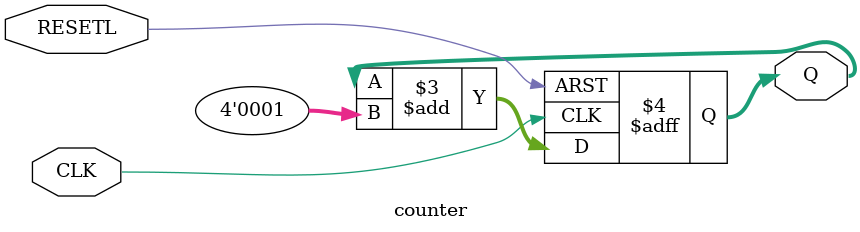
<source format=v>
module counter ( CLK, RESETL, Q ); // 4bit counter
input   CLK, RESETL;
output  [3:0] Q;
reg [3:0] Q;
// 以下より always 文によるリセット及びカウントアップ記述
always @( posedge CLK or  negedge RESETL ) begin
    if ( RESETL == 1'b0 )
        Q=4'b0000;
    else
        Q=Q+4'b0001;
end
endmodule
</source>
